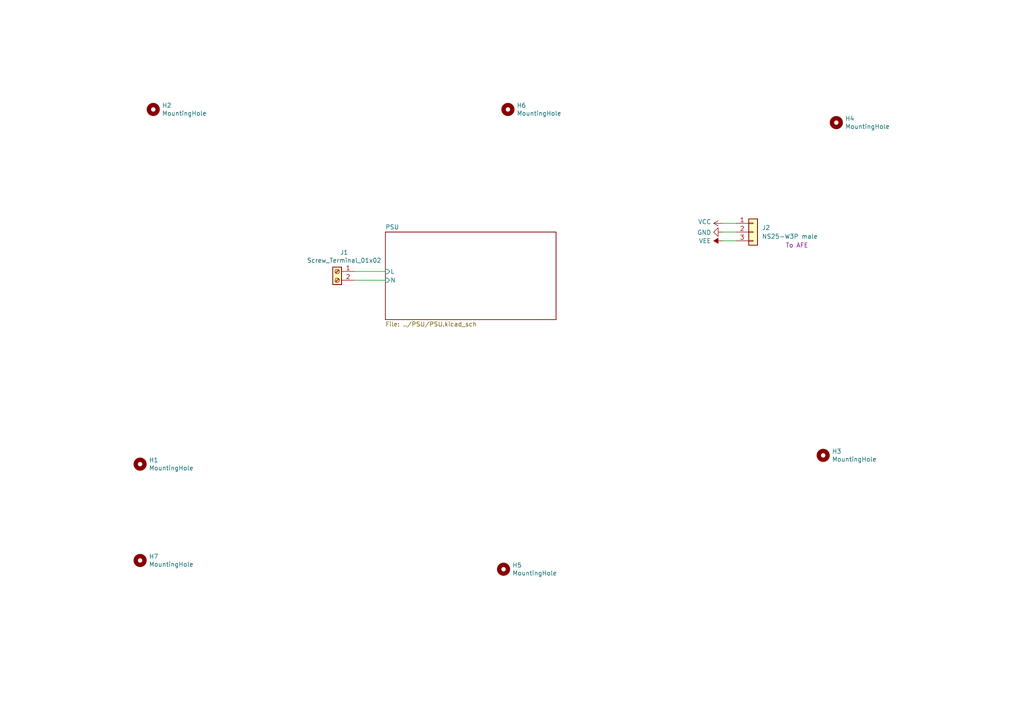
<source format=kicad_sch>
(kicad_sch (version 20231120) (generator "eeschema") (generator_version "8.0")
  (paper "A4")
  (lib_symbols
    (symbol "Connector:Screw_Terminal_01x02" (pin_names (offset 1.016) hide)
      (property "Reference" "J" (at 0 2.54 0))
      (property "Value" "Screw_Terminal_01x02" (at 0 -5.08 0))
      (symbol "Screw_Terminal_01x02_1_1"
        (rectangle (start -1.27 1.27) (end 1.27 -3.81) (stroke (width 0.254)) (fill (type background)))
        (circle (center 0 -2.54) (radius 0.635) (stroke (width 0.1524)))
        (polyline (pts (xy -0.5334 -2.2098) (xy 0.3302 -3.048)) (stroke (width 0.1524)))
        (polyline (pts (xy -0.5334 0.3302) (xy 0.3302 -0.508)) (stroke (width 0.1524)))
        (polyline (pts (xy -0.3556 -2.032) (xy 0.508 -2.8702)) (stroke (width 0.1524)))
        (polyline (pts (xy -0.3556 0.508) (xy 0.508 -0.3302)) (stroke (width 0.1524)))
        (circle (center 0 0) (radius 0.635) (stroke (width 0.1524)))
        (pin passive line (at -5.08 0 0) (length 3.81) (name "Pin_1") (number "1"))
        (pin passive line (at -5.08 -2.54 0) (length 3.81) (name "Pin_2") (number "2"))
      )
    )
    (symbol "Connector_Generic:Conn_01x03" (pin_names (offset 1.016) hide)
      (property "Reference" "J" (at 0 5.08 0))
      (property "Value" "Conn_01x03" (at 0 -5.08 0))
      (symbol "Conn_01x03_1_1"
        (rectangle (start -1.27 -2.413) (end 0 -2.667) (stroke (width 0.1524)))
        (rectangle (start -1.27 0.127) (end 0 -0.127) (stroke (width 0.1524)))
        (rectangle (start -1.27 2.667) (end 0 2.413) (stroke (width 0.1524)))
        (rectangle (start -1.27 3.81) (end 1.27 -3.81) (stroke (width 0.254)) (fill (type background)))
        (pin passive line (at -5.08 2.54 0) (length 3.81) (name "Pin_1") (number "1"))
        (pin passive line (at -5.08 0 0) (length 3.81) (name "Pin_2") (number "2"))
        (pin passive line (at -5.08 -2.54 0) (length 3.81) (name "Pin_3") (number "3"))
      )
    )
    (symbol "Mechanical:MountingHole" (pin_names (offset 1.016))
      (property "Reference" "H" (at 0 5.08 0))
      (property "Value" "MountingHole" (at 0 3.175 0))
      (symbol "MountingHole_0_1"
        (circle (center 0 0) (radius 1.27) (stroke (width 1.27)))
      )
    )
    (symbol "power:GND" (power) (pin_names (offset 0))
      (property "Value" "GND" (at 0 -3.81 0))
      (symbol "GND_0_1"
        (polyline (pts (xy 0 0) (xy 0 -1.27) (xy 1.27 -1.27) (xy 0 -2.54) (xy -1.27 -1.27) (xy 0 -1.27)))
      )
      (symbol "GND_1_1"
        (pin power_in line (at 0 0 270) (length 0) hide (name "GND") (number "1"))
      )
    )
    (symbol "power:VCC" (power) (pin_names (offset 0))
      (property "Value" "VCC" (at 0 3.81 0))
      (symbol "VCC_0_1"
        (polyline (pts (xy -0.762 1.27) (xy 0 2.54)))
        (polyline (pts (xy 0 0) (xy 0 2.54)))
        (polyline (pts (xy 0 2.54) (xy 0.762 1.27)))
      )
      (symbol "VCC_1_1"
        (pin power_in line (at 0 0 90) (length 0) hide (name "VCC") (number "1"))
      )
    )
    (symbol "power:VEE" (power) (pin_names (offset 0))
      (property "Value" "VEE" (at 0 3.81 0))
      (symbol "VEE_0_1"
        (polyline (pts (xy 0 0) (xy 0 2.54)))
        (polyline (pts (xy 0.762 1.27) (xy -0.762 1.27) (xy 0 2.54) (xy 0.762 1.27)) (fill (type outline)))
      )
      (symbol "VEE_1_1"
        (pin power_in line (at 0 0 90) (length 0) hide (name "VEE") (number "1"))
      )
    )
  )
  (wire (pts (xy 111.76 81.28) (xy 102.87 81.28)))
  (wire (pts (xy 111.76 78.74) (xy 102.87 78.74)))
  (wire (pts (xy 209.55 67.31) (xy 213.36 67.31)))
  (wire (pts (xy 209.55 64.77) (xy 213.36 64.77)))
  (wire (pts (xy 209.55 69.85) (xy 213.36 69.85)))
  (symbol (lib_id "Mechanical:MountingHole") (at 40.64 162.56 0) (unit 1)
    (property "Reference" "H7" (at 43.18 161.3916 0) (effects (justify left)))
    (property "Value" "MountingHole" (at 43.18 163.703 0) (effects (justify left)))
    (property "Footprint" "MountingHole:MountingHole_3.2mm_M3_ISO7380_Pad" (effects (hide yes)))
  )
  (symbol (lib_id "Mechanical:MountingHole") (at 40.64 134.62 0) (unit 1)
    (property "Reference" "H1" (at 43.18 133.4516 0) (effects (justify left)))
    (property "Value" "MountingHole" (at 43.18 135.763 0) (effects (justify left)))
    (property "Footprint" "MountingHole:MountingHole_3.2mm_M3_ISO7380_Pad" (effects (hide yes)))
  )
  (symbol (lib_id "Connector:Screw_Terminal_01x02") (at 97.79 78.74 0) (mirror y) (unit 1)
    (property "Reference" "J1" (at 99.822 73.2282 0))
    (property "Value" "Screw_Terminal_01x02" (at 99.822 75.5396 0))
    (property "Footprint" "TerminalBlock:TerminalBlock_bornier-2_P5.08mm" (effects (hide yes)))
  )
  (symbol (lib_id "Mechanical:MountingHole") (at 146.05 165.1 0) (unit 1)
    (property "Reference" "H5" (at 148.59 163.9316 0) (effects (justify left)))
    (property "Value" "MountingHole" (at 148.59 166.243 0) (effects (justify left)))
    (property "Footprint" "MountingHole:MountingHole_3.2mm_M3_ISO7380_Pad" (effects (hide yes)))
  )
  (symbol (lib_id "Connector_Generic:Conn_01x03") (at 218.44 67.31 0) (unit 1)
    (property "Reference" "J2" (at 220.98 66.0399 0) (effects (justify left)))
    (property "Value" "NS25-W3P male" (at 220.98 68.5799 0) (effects (justify left)))
    (property "Footprint" "Connector_Molex:Molex_KK-254_AE-6410-03A_1x03_P2.54mm_Vertical" (effects (hide yes)))
    (property "Comment" "To AFE" (at 231.14 71.12 0))
  )
  (symbol (lib_id "Mechanical:MountingHole") (at 44.45 31.75 0) (unit 1)
    (property "Reference" "H2" (at 46.99 30.5816 0) (effects (justify left)))
    (property "Value" "MountingHole" (at 46.99 32.893 0) (effects (justify left)))
    (property "Footprint" "MountingHole:MountingHole_3.2mm_M3_ISO7380_Pad" (effects (hide yes)))
  )
  (symbol (lib_id "power:GND") (at 209.55 67.31 270) (unit 1)
    (property "Reference" "#PWR02" (effects (hide yes)))
    (property "Value" "GND" (at 206.2988 67.437 90) (effects (justify right)))
  )
  (symbol (lib_id "Mechanical:MountingHole") (at 238.76 132.08 0) (unit 1)
    (property "Reference" "H3" (at 241.3 130.9116 0) (effects (justify left)))
    (property "Value" "MountingHole" (at 241.3 133.223 0) (effects (justify left)))
    (property "Footprint" "MountingHole:MountingHole_3.2mm_M3_ISO7380_Pad" (effects (hide yes)))
  )
  (symbol (lib_id "power:VCC") (at 209.55 64.77 90) (unit 1)
    (property "Reference" "#PWR01" (effects (hide yes)))
    (property "Value" "VCC" (at 206.2988 64.3382 90) (effects (justify left)))
  )
  (symbol (lib_id "Mechanical:MountingHole") (at 147.32 31.75 0) (unit 1)
    (property "Reference" "H6" (at 149.86 30.5816 0) (effects (justify left)))
    (property "Value" "MountingHole" (at 149.86 32.893 0) (effects (justify left)))
    (property "Footprint" "MountingHole:MountingHole_3.2mm_M3_ISO7380_Pad" (effects (hide yes)))
  )
  (symbol (lib_id "Mechanical:MountingHole") (at 242.57 35.56 0) (unit 1)
    (property "Reference" "H4" (at 245.11 34.3916 0) (effects (justify left)))
    (property "Value" "MountingHole" (at 245.11 36.703 0) (effects (justify left)))
    (property "Footprint" "MountingHole:MountingHole_3.2mm_M3_ISO7380_Pad" (effects (hide yes)))
  )
  (symbol (lib_id "power:VEE") (at 209.55 69.85 90) (unit 1)
    (property "Reference" "#PWR03" (effects (hide yes)))
    (property "Value" "VEE" (at 204.47 69.85 90))
  )
  (sheet (at 111.76 67.31) (size 49.53 25.4) (stroke (width 0.1524))
    (property "Sheetname" "PSU" (at 111.76 66.5984 0) (effects (justify left bottom)))
    (property "Sheetfile" "../PSU/PSU.kicad_sch" (at 111.76 93.2946 0) (effects (justify left top)))
    (pin "L" input (at 111.76 78.74 180))
    (pin "N" input (at 111.76 81.28 180))
  )
)
</source>
